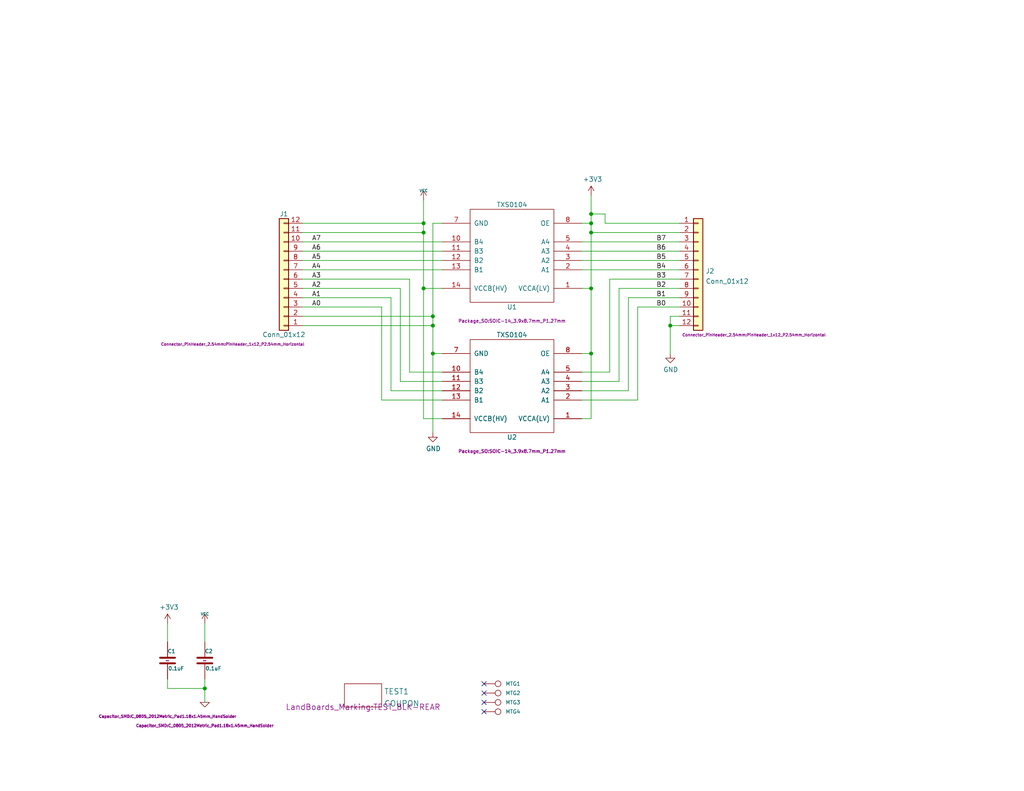
<source format=kicad_sch>
(kicad_sch (version 20211123) (generator eeschema)
  (paper "A")
  (title_block (title "SD_CARD_X49") (date "2022-05-02") (rev "2") (company "Land Boards LLC"))
  (lib_symbols
    (symbol "Connector_Generic:Conn_01x12" (pin_names (offset 1.016) hide)
      (property "Reference" "J" (at 0 15.24 0))
      (property "Value" "Conn_01x12" (at 0 -17.78 0))
      (symbol "Conn_01x12_1_1"
        (rectangle (start -1.27 -15.113) (end 0 -15.367) (stroke (width 0.1524)))
        (rectangle (start -1.27 -12.573) (end 0 -12.827) (stroke (width 0.1524)))
        (rectangle (start -1.27 -10.033) (end 0 -10.287) (stroke (width 0.1524)))
        (rectangle (start -1.27 -7.493) (end 0 -7.747) (stroke (width 0.1524)))
        (rectangle (start -1.27 -4.953) (end 0 -5.207) (stroke (width 0.1524)))
        (rectangle (start -1.27 -2.413) (end 0 -2.667) (stroke (width 0.1524)))
        (rectangle (start -1.27 0.127) (end 0 -0.127) (stroke (width 0.1524)))
        (rectangle (start -1.27 2.667) (end 0 2.413) (stroke (width 0.1524)))
        (rectangle (start -1.27 5.207) (end 0 4.953) (stroke (width 0.1524)))
        (rectangle (start -1.27 7.747) (end 0 7.493) (stroke (width 0.1524)))
        (rectangle (start -1.27 10.287) (end 0 10.033) (stroke (width 0.1524)))
        (rectangle (start -1.27 12.827) (end 0 12.573) (stroke (width 0.1524)))
        (rectangle (start -1.27 13.97) (end 1.27 -16.51) (stroke (width 0.254)) (fill (type background)))
        (pin passive line (at -5.08 12.7 0) (length 3.81) (name "Pin_1") (number "1"))
        (pin passive line (at -5.08 -10.16 0) (length 3.81) (name "Pin_10") (number "10"))
        (pin passive line (at -5.08 -12.7 0) (length 3.81) (name "Pin_11") (number "11"))
        (pin passive line (at -5.08 -15.24 0) (length 3.81) (name "Pin_12") (number "12"))
        (pin passive line (at -5.08 10.16 0) (length 3.81) (name "Pin_2") (number "2"))
        (pin passive line (at -5.08 7.62 0) (length 3.81) (name "Pin_3") (number "3"))
        (pin passive line (at -5.08 5.08 0) (length 3.81) (name "Pin_4") (number "4"))
        (pin passive line (at -5.08 2.54 0) (length 3.81) (name "Pin_5") (number "5"))
        (pin passive line (at -5.08 0 0) (length 3.81) (name "Pin_6") (number "6"))
        (pin passive line (at -5.08 -2.54 0) (length 3.81) (name "Pin_7") (number "7"))
        (pin passive line (at -5.08 -5.08 0) (length 3.81) (name "Pin_8") (number "8"))
        (pin passive line (at -5.08 -7.62 0) (length 3.81) (name "Pin_9") (number "9"))
      )
    )
    (symbol "LandBoards:COUPON" (pin_names (offset 1.016))
      (property "Reference" "COUP?" (at 0 0 0))
      (property "Value" "COUPON" (at 0 0 0))
      (symbol "COUPON_0_1"
        (rectangle (start -5.08 0) (end 5.08 6.35))
      )
    )
    (symbol "LandBoards_Semis:TXS0104" (pin_names (offset 1.016))
      (property "Reference" "U" (at -2.54 13.97 0))
      (property "Value" "LandBoards_Semis_TXS0104" (at -1.27 -13.97 0))
      (symbol "TXS0104_1_0"
        (rectangle (start -11.43 -12.7) (end 11.43 12.7))
      )
      (symbol "TXS0104_1_1"
        (pin passive line (at -19.05 8.89 0) (length 7.62) (name "VCCA(LV)") (number "1"))
        (pin bidirectional line (at 19.05 -3.81 180) (length 7.62) (name "B4") (number "10"))
        (pin bidirectional line (at 19.05 -1.27 180) (length 7.62) (name "B3") (number "11"))
        (pin bidirectional line (at 19.05 1.27 180) (length 7.62) (name "B2") (number "12"))
        (pin bidirectional line (at 19.05 3.81 180) (length 7.62) (name "B1") (number "13"))
        (pin passive line (at 19.05 8.89 180) (length 7.62) (name "VCCB(HV)") (number "14"))
        (pin bidirectional line (at -19.05 3.81 0) (length 7.62) (name "A1") (number "2"))
        (pin bidirectional line (at -19.05 1.27 0) (length 7.62) (name "A2") (number "3"))
        (pin bidirectional line (at -19.05 -1.27 0) (length 7.62) (name "A3") (number "4"))
        (pin bidirectional line (at -19.05 -3.81 0) (length 7.62) (name "A4") (number "5"))
        (pin passive line (at 19.05 -8.89 180) (length 7.62) (name "GND") (number "7"))
        (pin input line (at -19.05 -8.89 0) (length 7.62) (name "OE") (number "8"))
      )
    )
    (symbol "SD_CARD_X49-rescue:C-RESCUE-GRID49-GRID49-rescue-PS2X49-rescue" (pin_numbers hide) (pin_names (offset 0.254))
      (property "Reference" "C" (at 0 2.54 0))
      (property "Value" "C-RESCUE-GRID49-GRID49-rescue-PS2X49-rescue" (at 0.1524 -2.159 0))
      (symbol "C-RESCUE-GRID49-GRID49-rescue-PS2X49-rescue_0_1"
        (polyline (pts (xy -2.032 -0.762) (xy 2.032 -0.762)) (stroke (width 0.508)))
        (polyline (pts (xy -2.032 0.762) (xy 2.032 0.762)) (stroke (width 0.508)))
      )
      (symbol "C-RESCUE-GRID49-GRID49-rescue-PS2X49-rescue_1_1"
        (pin passive line (at 0 5.08 270) (length 4.318) (name "~") (number "1"))
        (pin passive line (at 0 -5.08 90) (length 4.318) (name "~") (number "2"))
      )
    )
    (symbol "SD_CARD_X49-rescue:CONN_1-GRID49-rescue-PS2X49-rescue" (pin_numbers hide) (pin_names (offset 0.762) hide)
      (property "Reference" "P" (at 2.032 0 0))
      (symbol "CONN_1-GRID49-rescue-PS2X49-rescue_0_1"
        (polyline (pts (xy -0.762 0) (xy -1.27 0)))
        (circle (center 0 0) (radius 0.7874))
      )
      (symbol "CONN_1-GRID49-rescue-PS2X49-rescue_1_1"
        (pin passive line (at -3.81 0 0) (length 2.54) (name "1") (number "1"))
      )
    )
    (symbol "SD_CARD_X49-rescue:GND-RESCUE-GRID49-GRID49-rescue-PS2X49-rescue" (power) (pin_names (offset 0))
      (symbol "GND-RESCUE-GRID49-GRID49-rescue-PS2X49-rescue_0_1"
        (polyline (pts (xy -1.27 0) (xy 0 -1.27) (xy 1.27 0) (xy -1.27 0)))
      )
      (symbol "GND-RESCUE-GRID49-GRID49-rescue-PS2X49-rescue_1_1"
        (pin power_in line (at 0 0 90) (length 0) hide (name "GND") (number "1"))
      )
    )
    (symbol "power:+3.3V" (power) (pin_names (offset 0))
      (property "Value" "+3.3V" (at 0 3.556 0))
      (symbol "+3.3V_0_1"
        (polyline (pts (xy -0.762 1.27) (xy 0 2.54)))
        (polyline (pts (xy 0 0) (xy 0 2.54)))
        (polyline (pts (xy 0 2.54) (xy 0.762 1.27)))
      )
      (symbol "+3.3V_1_1"
        (pin power_in line (at 0 0 90) (length 0) hide (name "+3V3") (number "1"))
      )
    )
    (symbol "power:GND" (power) (pin_names (offset 0))
      (property "Value" "GND" (at 0 -3.81 0))
      (symbol "GND_0_1"
        (polyline (pts (xy 0 0) (xy 0 -1.27) (xy 1.27 -1.27) (xy 0 -2.54) (xy -1.27 -1.27) (xy 0 -1.27)))
      )
      (symbol "GND_1_1"
        (pin power_in line (at 0 0 270) (length 0) hide (name "GND") (number "1"))
      )
    )
    (symbol "power:VCC" (power) (pin_names (offset 0))
      (property "Value" "VCC" (at 0 3.81 0))
      (symbol "VCC_0_1"
        (polyline (pts (xy -0.762 1.27) (xy 0 2.54)))
        (polyline (pts (xy 0 0) (xy 0 2.54)))
        (polyline (pts (xy 0 2.54) (xy 0.762 1.27)))
      )
      (symbol "VCC_1_1"
        (pin power_in line (at 0 0 90) (length 0) hide (name "VCC") (number "1"))
      )
    )
  )
  (junction (at 55.88 187.96))
  (junction (at 161.29 63.5))
  (junction (at 182.88 88.9))
  (junction (at 118.11 96.52))
  (junction (at 118.11 86.36))
  (junction (at 161.29 58.42))
  (junction (at 161.29 78.74))
  (junction (at 161.29 60.96))
  (junction (at 115.57 63.5))
  (junction (at 115.57 60.96))
  (junction (at 161.29 96.52))
  (junction (at 118.11 88.9))
  (junction (at 115.57 78.74))
  (no_connect (at 132.08 191.77))
  (no_connect (at 132.08 186.69))
  (no_connect (at 132.08 189.23))
  (no_connect (at 132.08 194.31))
  (wire (pts (xy 118.11 88.9) (xy 118.11 86.36)))
  (wire (pts (xy 109.22 104.14) (xy 109.22 78.74)))
  (wire (pts (xy 158.75 78.74) (xy 161.29 78.74)))
  (wire (pts (xy 45.72 170.18) (xy 45.72 175.26)))
  (wire (pts (xy 182.88 88.9) (xy 182.88 96.52)))
  (wire (pts (xy 120.65 101.6) (xy 111.76 101.6)))
  (wire (pts (xy 106.68 106.68) (xy 106.68 81.28)))
  (wire (pts (xy 182.88 86.36) (xy 182.88 88.9)))
  (wire (pts (xy 161.29 96.52) (xy 158.75 96.52)))
  (wire (pts (xy 82.55 66.04) (xy 120.65 66.04)))
  (wire (pts (xy 115.57 54.61) (xy 115.57 60.96)))
  (wire (pts (xy 82.55 63.5) (xy 115.57 63.5)))
  (wire (pts (xy 82.55 71.12) (xy 120.65 71.12)))
  (wire (pts (xy 45.72 185.42) (xy 45.72 187.96)))
  (wire (pts (xy 158.75 114.3) (xy 161.29 114.3)))
  (wire (pts (xy 166.37 101.6) (xy 166.37 76.2)))
  (wire (pts (xy 120.65 104.14) (xy 109.22 104.14)))
  (wire (pts (xy 82.55 68.58) (xy 120.65 68.58)))
  (wire (pts (xy 161.29 63.5) (xy 185.42 63.5)))
  (wire (pts (xy 185.42 60.96) (xy 165.1 60.96)))
  (wire (pts (xy 185.42 86.36) (xy 182.88 86.36)))
  (wire (pts (xy 118.11 96.52) (xy 118.11 88.9)))
  (wire (pts (xy 120.65 109.22) (xy 104.14 109.22)))
  (wire (pts (xy 55.88 170.18) (xy 55.88 175.26)))
  (wire (pts (xy 115.57 78.74) (xy 120.65 78.74)))
  (wire (pts (xy 45.72 187.96) (xy 55.88 187.96)))
  (wire (pts (xy 158.75 104.14) (xy 168.91 104.14)))
  (wire (pts (xy 161.29 114.3) (xy 161.29 96.52)))
  (wire (pts (xy 55.88 187.96) (xy 55.88 191.77)))
  (wire (pts (xy 165.1 60.96) (xy 165.1 58.42)))
  (wire (pts (xy 168.91 78.74) (xy 185.42 78.74)))
  (wire (pts (xy 171.45 81.28) (xy 185.42 81.28)))
  (wire (pts (xy 118.11 60.96) (xy 120.65 60.96)))
  (wire (pts (xy 82.55 88.9) (xy 118.11 88.9)))
  (wire (pts (xy 171.45 106.68) (xy 171.45 81.28)))
  (wire (pts (xy 104.14 83.82) (xy 82.55 83.82)))
  (wire (pts (xy 166.37 76.2) (xy 185.42 76.2)))
  (wire (pts (xy 158.75 66.04) (xy 185.42 66.04)))
  (wire (pts (xy 161.29 63.5) (xy 161.29 78.74)))
  (wire (pts (xy 115.57 60.96) (xy 115.57 63.5)))
  (wire (pts (xy 158.75 109.22) (xy 173.99 109.22)))
  (wire (pts (xy 82.55 60.96) (xy 115.57 60.96)))
  (wire (pts (xy 115.57 78.74) (xy 115.57 114.3)))
  (wire (pts (xy 165.1 58.42) (xy 161.29 58.42)))
  (wire (pts (xy 158.75 60.96) (xy 161.29 60.96)))
  (wire (pts (xy 82.55 86.36) (xy 118.11 86.36)))
  (wire (pts (xy 158.75 101.6) (xy 166.37 101.6)))
  (wire (pts (xy 111.76 76.2) (xy 82.55 76.2)))
  (wire (pts (xy 161.29 78.74) (xy 161.29 96.52)))
  (wire (pts (xy 182.88 88.9) (xy 185.42 88.9)))
  (wire (pts (xy 106.68 81.28) (xy 82.55 81.28)))
  (wire (pts (xy 161.29 58.42) (xy 161.29 60.96)))
  (wire (pts (xy 120.65 106.68) (xy 106.68 106.68)))
  (wire (pts (xy 118.11 96.52) (xy 120.65 96.52)))
  (wire (pts (xy 115.57 114.3) (xy 120.65 114.3)))
  (wire (pts (xy 115.57 63.5) (xy 115.57 78.74)))
  (wire (pts (xy 109.22 78.74) (xy 82.55 78.74)))
  (wire (pts (xy 158.75 106.68) (xy 171.45 106.68)))
  (wire (pts (xy 158.75 73.66) (xy 185.42 73.66)))
  (wire (pts (xy 104.14 109.22) (xy 104.14 83.82)))
  (wire (pts (xy 161.29 53.34) (xy 161.29 58.42)))
  (wire (pts (xy 168.91 104.14) (xy 168.91 78.74)))
  (wire (pts (xy 111.76 101.6) (xy 111.76 76.2)))
  (wire (pts (xy 118.11 96.52) (xy 118.11 118.11)))
  (wire (pts (xy 173.99 83.82) (xy 185.42 83.82)))
  (wire (pts (xy 82.55 73.66) (xy 120.65 73.66)))
  (wire (pts (xy 158.75 68.58) (xy 185.42 68.58)))
  (wire (pts (xy 173.99 109.22) (xy 173.99 83.82)))
  (wire (pts (xy 161.29 60.96) (xy 161.29 63.5)))
  (wire (pts (xy 118.11 86.36) (xy 118.11 60.96)))
  (wire (pts (xy 158.75 71.12) (xy 185.42 71.12)))
  (wire (pts (xy 55.88 185.42) (xy 55.88 187.96)))
  (label "A2" (at 85.09 78.74 0))
  (label "A4" (at 85.09 73.66 0))
  (label "A3" (at 85.09 76.2 0))
  (label "B1" (at 179.07 81.28 0))
  (label "A6" (at 85.09 68.58 0))
  (label "B6" (at 179.07 68.58 0))
  (label "B0" (at 179.07 83.82 0))
  (label "A1" (at 85.09 81.28 0))
  (label "B2" (at 179.07 78.74 0))
  (label "B4" (at 179.07 73.66 0))
  (label "A7" (at 85.09 66.04 0))
  (label "B7" (at 179.07 66.04 0))
  (label "A0" (at 85.09 83.82 0))
  (label "B3" (at 179.07 76.2 0))
  (label "B5" (at 179.07 71.12 0))
  (label "A5" (at 85.09 71.12 0))
  (symbol (lib_id "SD_CARD_X49-rescue:GND-RESCUE-GRID49-GRID49-rescue-PS2X49-rescue") (at 55.88 191.77 0) (unit 1)
    (property "Reference" "#PWR02" (effects hide))
    (property "Value" "GND" (effects hide))
  )
  (symbol (lib_id "power:VCC") (at 55.88 170.18 0) (unit 1)
    (property "Reference" "#PWR01" (effects hide))
    (property "Value" "VCC" (at 55.88 167.64 0) (effects (font (size 0.762 0.762))))
  )
  (symbol (lib_id "SD_CARD_X49-rescue:CONN_1-GRID49-rescue-PS2X49-rescue") (at 135.89 186.69 0) (unit 1)
    (property "Reference" "MTG1" (at 137.922 186.69 0) (effects (font (size 1.016 1.016)) (justify left)))
    (property "Value" "CONN_1" (effects hide))
    (property "Footprint" "MTG-4-40" (effects hide))
  )
  (symbol (lib_id "SD_CARD_X49-rescue:CONN_1-GRID49-rescue-PS2X49-rescue") (at 135.89 189.23 0) (unit 1)
    (property "Reference" "MTG2" (at 137.922 189.23 0) (effects (font (size 1.016 1.016)) (justify left)))
    (property "Value" "CONN_1" (effects hide))
    (property "Footprint" "MTG-4-40" (effects hide))
  )
  (symbol (lib_id "SD_CARD_X49-rescue:CONN_1-GRID49-rescue-PS2X49-rescue") (at 135.89 194.31 0) (unit 1)
    (property "Reference" "MTG4" (at 137.922 194.31 0) (effects (font (size 1.016 1.016)) (justify left)))
    (property "Value" "CONN_1" (effects hide))
    (property "Footprint" "MTG-4-40" (effects hide))
  )
  (symbol (lib_id "SD_CARD_X49-rescue:CONN_1-GRID49-rescue-PS2X49-rescue") (at 135.89 191.77 0) (unit 1)
    (property "Reference" "MTG3" (at 137.922 191.77 0) (effects (font (size 1.016 1.016)) (justify left)))
    (property "Value" "CONN_1" (effects hide))
    (property "Footprint" "MTG-4-40" (effects hide))
  )
  (symbol (lib_id "SD_CARD_X49-rescue:C-RESCUE-GRID49-GRID49-rescue-PS2X49-rescue") (at 55.88 180.34 0) (unit 1)
    (property "Reference" "C2" (at 55.88 177.8 0) (effects (font (size 1.016 1.016)) (justify left)))
    (property "Value" "0.1uF" (at 56.0324 182.499 0) (effects (font (size 1.016 1.016)) (justify left)))
    (property "Footprint" "Capacitor_SMD:C_0805_2012Metric_Pad1.18x1.45mm_HandSolder" (at 55.88 198.12 0) (effects (font (size 0.762 0.762))))
    (property "Datasheet" "~" (at 55.88 180.34 0) (effects (font (size 1.524 1.524))))
  )
  (symbol (lib_id "SD_CARD_X49-rescue:C-RESCUE-GRID49-GRID49-rescue-PS2X49-rescue") (at 45.72 180.34 0) (unit 1)
    (property "Reference" "C1" (at 45.72 177.8 0) (effects (font (size 1.016 1.016)) (justify left)))
    (property "Value" "0.1uF" (at 45.8724 182.499 0) (effects (font (size 1.016 1.016)) (justify left)))
    (property "Footprint" "Capacitor_SMD:C_0805_2012Metric_Pad1.18x1.45mm_HandSolder" (at 45.72 195.58 0) (effects (font (size 0.762 0.762))))
    (property "Datasheet" "~" (at 45.72 180.34 0) (effects (font (size 1.524 1.524))))
  )
  (symbol (lib_id "power:+3.3V") (at 161.29 53.34 0) (unit 1)
    (property "Reference" "#PWR0101" (effects hide))
    (property "Value" "+3.3V" (at 161.671 48.9458 0))
  )
  (symbol (lib_id "power:+3.3V") (at 45.72 170.18 0) (unit 1)
    (property "Reference" "#PWR0102" (effects hide))
    (property "Value" "+3.3V" (at 46.101 165.7858 0))
  )
  (symbol (lib_id "LandBoards_Semis:TXS0104") (at 139.7 105.41 180) (unit 1)
    (property "Reference" "U2" (at 139.7 119.38 0))
    (property "Value" "TXS0104" (at 139.7 91.44 0))
    (property "Footprint" "Package_SO:SOIC-14_3.9x8.7mm_P1.27mm" (at 139.7 123.19 0) (effects (font (size 0.889 0.889))))
    (property "Datasheet" "DOCUMENTATION" (effects hide))
  )
  (symbol (lib_id "power:GND") (at 118.11 118.11 0) (unit 1)
    (property "Reference" "#PWR0103" (effects hide))
    (property "Value" "GND" (at 118.237 122.5042 0))
  )
  (symbol (lib_id "power:VCC") (at 115.57 54.61 0) (unit 1)
    (property "Reference" "#PWR0104" (effects hide))
    (property "Value" "VCC" (at 115.57 52.07 0) (effects (font (size 0.762 0.762))))
  )
  (symbol (lib_id "Connector_Generic:Conn_01x12") (at 77.47 76.2 180) (unit 1)
    (property "Reference" "J1" (at 77.47 58.42 0))
    (property "Value" "Conn_01x12" (at 77.47 91.3614 0))
    (property "Footprint" "Connector_PinHeader_2.54mm:PinHeader_1x12_P2.54mm_Horizontal" (at 63.5 93.98 0) (effects (font (size 0.762 0.762))))
  )
  (symbol (lib_id "Connector_Generic:Conn_01x12") (at 190.5 73.66 0) (unit 1)
    (property "Reference" "J2" (at 192.532 74.0215 0) (effects (justify left)))
    (property "Value" "Conn_01x12" (at 192.532 76.7966 0) (effects (justify left)))
    (property "Footprint" "Connector_PinHeader_2.54mm:PinHeader_1x12_P2.54mm_Horizontal" (at 205.74 91.44 0) (effects (font (size 0.762 0.762))))
  )
  (symbol (lib_id "power:GND") (at 182.88 96.52 0) (unit 1)
    (property "Reference" "#PWR0105" (effects hide))
    (property "Value" "GND" (at 183.007 100.9142 0))
  )
  (symbol (lib_id "LandBoards:COUPON") (at 99.06 193.04 0) (unit 1)
    (property "Reference" "TEST1" (at 104.775 188.8003 0) (effects (font (size 1.524 1.524)) (justify left)))
    (property "Value" "COUPON" (at 104.775 192.0793 0) (effects (font (size 1.524 1.524)) (justify left)))
    (property "Footprint" "LandBoards_Marking:TEST_BLK-REAR" (at 99.06 193.04 0) (effects (font (size 1.524 1.524))))
  )
  (symbol (lib_id "LandBoards_Semis:TXS0104") (at 139.7 69.85 180) (unit 1)
    (property "Reference" "U1" (at 139.7 83.82 0))
    (property "Value" "TXS0104" (at 139.7 55.88 0))
    (property "Footprint" "Package_SO:SOIC-14_3.9x8.7mm_P1.27mm" (at 139.7 87.63 0) (effects (font (size 0.889 0.889))))
    (property "Datasheet" "DOCUMENTATION" (effects hide))
  )
)
</source>
